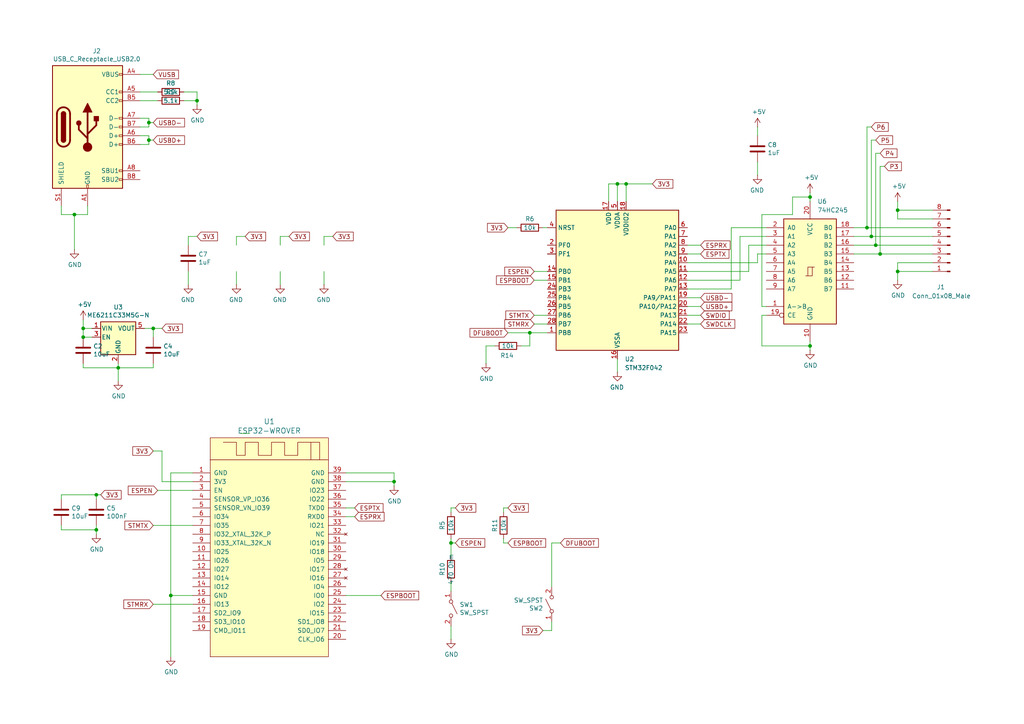
<source format=kicad_sch>
(kicad_sch (version 20250114) (generator "eeschema") (generator_version "9.0")
  (paper "A4")
  (lib_symbols
    (symbol "74xx:74HC245" (pin_names (offset 1.016))
      (property "Reference" "U" (at -7.62 16.51 0))
      (property "Value" "74HC245" (at -7.62 -16.51 0))
      (symbol "74HC245_1_0"
        (polyline (pts (xy -1.27 -1.27) (xy 0.635 -1.27) (xy 0.635 1.27) (xy 1.27 1.27)))
        (polyline (pts (xy -0.635 -1.27) (xy -0.635 1.27) (xy 0.635 1.27)))
        (pin tri_state line (at -12.7 12.7 0) (length 5.08) (name "A0") (number "2"))
        (pin tri_state line (at -12.7 10.16 0) (length 5.08) (name "A1") (number "3"))
        (pin tri_state line (at -12.7 7.62 0) (length 5.08) (name "A2") (number "4"))
        (pin tri_state line (at -12.7 5.08 0) (length 5.08) (name "A3") (number "5"))
        (pin tri_state line (at -12.7 2.54 0) (length 5.08) (name "A4") (number "6"))
        (pin tri_state line (at -12.7 0 0) (length 5.08) (name "A5") (number "7"))
        (pin tri_state line (at -12.7 -2.54 0) (length 5.08) (name "A6") (number "8"))
        (pin tri_state line (at -12.7 -5.08 0) (length 5.08) (name "A7") (number "9"))
        (pin input line (at -12.7 -10.16 0) (length 5.08) (name "A->B") (number "1"))
        (pin input inverted (at -12.7 -12.7 0) (length 5.08) (name "CE") (number "19"))
        (pin power_in line (at 0 20.32 270) (length 5.08) (name "VCC") (number "20"))
        (pin power_in line (at 0 -20.32 90) (length 5.08) (name "GND") (number "10"))
        (pin tri_state line (at 12.7 12.7 180) (length 5.08) (name "B0") (number "18"))
        (pin tri_state line (at 12.7 10.16 180) (length 5.08) (name "B1") (number "17"))
        (pin tri_state line (at 12.7 7.62 180) (length 5.08) (name "B2") (number "16"))
        (pin tri_state line (at 12.7 5.08 180) (length 5.08) (name "B3") (number "15"))
        (pin tri_state line (at 12.7 2.54 180) (length 5.08) (name "B4") (number "14"))
        (pin tri_state line (at 12.7 0 180) (length 5.08) (name "B5") (number "13"))
        (pin tri_state line (at 12.7 -2.54 180) (length 5.08) (name "B6") (number "12"))
        (pin tri_state line (at 12.7 -5.08 180) (length 5.08) (name "B7") (number "11"))
      )
      (symbol "74HC245_1_1"
        (rectangle (start -7.62 15.24) (end 7.62 -15.24) (stroke (width 0.254)) (fill (type background)))
      )
    )
    (symbol "Connector:Conn_01x08_Male" (pin_names (offset 1.016) (hide yes))
      (property "Reference" "J" (at 0 10.16 0))
      (property "Value" "Connector_Conn_01x08_Male" (at 0 -12.7 0))
      (symbol "Conn_01x08_Male_1_1"
        (rectangle (start 0.8636 7.747) (end 0 7.493) (stroke (width 0.1524)) (fill (type outline)))
        (rectangle (start 0.8636 5.207) (end 0 4.953) (stroke (width 0.1524)) (fill (type outline)))
        (rectangle (start 0.8636 2.667) (end 0 2.413) (stroke (width 0.1524)) (fill (type outline)))
        (rectangle (start 0.8636 0.127) (end 0 -0.127) (stroke (width 0.1524)) (fill (type outline)))
        (rectangle (start 0.8636 -2.413) (end 0 -2.667) (stroke (width 0.1524)) (fill (type outline)))
        (rectangle (start 0.8636 -4.953) (end 0 -5.207) (stroke (width 0.1524)) (fill (type outline)))
        (rectangle (start 0.8636 -7.493) (end 0 -7.747) (stroke (width 0.1524)) (fill (type outline)))
        (rectangle (start 0.8636 -10.033) (end 0 -10.287) (stroke (width 0.1524)) (fill (type outline)))
        (polyline (pts (xy 1.27 7.62) (xy 0.8636 7.62)) (stroke (width 0.1524)))
        (polyline (pts (xy 1.27 5.08) (xy 0.8636 5.08)) (stroke (width 0.1524)))
        (polyline (pts (xy 1.27 2.54) (xy 0.8636 2.54)) (stroke (width 0.1524)))
        (polyline (pts (xy 1.27 0) (xy 0.8636 0)) (stroke (width 0.1524)))
        (polyline (pts (xy 1.27 -2.54) (xy 0.8636 -2.54)) (stroke (width 0.1524)))
        (polyline (pts (xy 1.27 -5.08) (xy 0.8636 -5.08)) (stroke (width 0.1524)))
        (polyline (pts (xy 1.27 -7.62) (xy 0.8636 -7.62)) (stroke (width 0.1524)))
        (polyline (pts (xy 1.27 -10.16) (xy 0.8636 -10.16)) (stroke (width 0.1524)))
        (pin passive line (at 5.08 7.62 180) (length 3.81) (name "Pin_1") (number "1"))
        (pin passive line (at 5.08 5.08 180) (length 3.81) (name "Pin_2") (number "2"))
        (pin passive line (at 5.08 2.54 180) (length 3.81) (name "Pin_3") (number "3"))
        (pin passive line (at 5.08 0 180) (length 3.81) (name "Pin_4") (number "4"))
        (pin passive line (at 5.08 -2.54 180) (length 3.81) (name "Pin_5") (number "5"))
        (pin passive line (at 5.08 -5.08 180) (length 3.81) (name "Pin_6") (number "6"))
        (pin passive line (at 5.08 -7.62 180) (length 3.81) (name "Pin_7") (number "7"))
        (pin passive line (at 5.08 -10.16 180) (length 3.81) (name "Pin_8") (number "8"))
      )
    )
    (symbol "Connector:USB_C_Receptacle_USB2.0_16P" (pin_names (offset 1.016))
      (property "Reference" "J" (at 0 22.225 0))
      (property "Value" "USB_C_Receptacle_USB2.0_16P" (at 0 19.685 0))
      (symbol "USB_C_Receptacle_USB2.0_16P_0_0"
        (rectangle (start -0.254 -17.78) (end 0.254 -16.764))
        (rectangle (start 10.16 15.494) (end 9.144 14.986))
        (rectangle (start 10.16 10.414) (end 9.144 9.906))
        (rectangle (start 10.16 7.874) (end 9.144 7.366))
        (rectangle (start 10.16 2.794) (end 9.144 2.286))
        (rectangle (start 10.16 0.254) (end 9.144 -0.254))
        (rectangle (start 10.16 -2.286) (end 9.144 -2.794))
        (rectangle (start 10.16 -4.826) (end 9.144 -5.334))
        (rectangle (start 10.16 -12.446) (end 9.144 -12.954))
        (rectangle (start 10.16 -14.986) (end 9.144 -15.494))
      )
      (symbol "USB_C_Receptacle_USB2.0_16P_0_1"
        (rectangle (start -10.16 17.78) (end 10.16 -17.78) (stroke (width 0.254)) (fill (type background)))
        (polyline (pts (xy -8.89 -3.81) (xy -8.89 3.81)) (stroke (width 0.508)))
        (rectangle (start -7.62 -3.81) (end -6.35 3.81) (stroke (width 0.254)) (fill (type outline)))
        (arc (start -7.62 3.81) (mid -6.985 4.4423) (end -6.35 3.81) (stroke (width 0.254)))
        (arc (start -7.62 3.81) (mid -6.985 4.4423) (end -6.35 3.81) (stroke (width 0.254)) (fill (type outline)))
        (arc (start -8.89 3.81) (mid -6.985 5.7067) (end -5.08 3.81) (stroke (width 0.508)))
        (arc (start -5.08 -3.81) (mid -6.985 -5.7067) (end -8.89 -3.81) (stroke (width 0.508)))
        (arc (start -6.35 -3.81) (mid -6.985 -4.4423) (end -7.62 -3.81) (stroke (width 0.254)))
        (arc (start -6.35 -3.81) (mid -6.985 -4.4423) (end -7.62 -3.81) (stroke (width 0.254)) (fill (type outline)))
        (polyline (pts (xy -5.08 3.81) (xy -5.08 -3.81)) (stroke (width 0.508)))
        (circle (center -2.54 1.143) (radius 0.635) (stroke (width 0.254)) (fill (type outline)))
        (polyline (pts (xy -1.27 4.318) (xy 0 6.858) (xy 1.27 4.318) (xy -1.27 4.318)) (stroke (width 0.254)) (fill (type outline)))
        (polyline (pts (xy 0 -2.032) (xy 2.54 0.508) (xy 2.54 1.778)) (stroke (width 0.508)))
        (polyline (pts (xy 0 -3.302) (xy -2.54 -0.762) (xy -2.54 0.508)) (stroke (width 0.508)))
        (polyline (pts (xy 0 -5.842) (xy 0 4.318)) (stroke (width 0.508)))
        (circle (center 0 -5.842) (radius 1.27) (fill (type outline)))
        (rectangle (start 1.905 1.778) (end 3.175 3.048) (stroke (width 0.254)) (fill (type outline)))
      )
      (symbol "USB_C_Receptacle_USB2.0_16P_1_1"
        (pin passive line (at -7.62 -22.86 90) (length 5.08) (name "SHIELD") (number "S1"))
        (pin passive line (at 0 -22.86 90) (length 5.08) (name "GND") (number "A1"))
        (pin passive line (at 0 -22.86 90) (length 5.08) (hide yes) (name "GND") (number "A12"))
        (pin passive line (at 0 -22.86 90) (length 5.08) (hide yes) (name "GND") (number "B1"))
        (pin passive line (at 0 -22.86 90) (length 5.08) (hide yes) (name "GND") (number "B12"))
        (pin passive line (at 15.24 15.24 180) (length 5.08) (name "VBUS") (number "A4"))
        (pin passive line (at 15.24 15.24 180) (length 5.08) (hide yes) (name "VBUS") (number "A9"))
        (pin passive line (at 15.24 15.24 180) (length 5.08) (hide yes) (name "VBUS") (number "B4"))
        (pin passive line (at 15.24 15.24 180) (length 5.08) (hide yes) (name "VBUS") (number "B9"))
        (pin bidirectional line (at 15.24 10.16 180) (length 5.08) (name "CC1") (number "A5"))
        (pin bidirectional line (at 15.24 7.62 180) (length 5.08) (name "CC2") (number "B5"))
        (pin bidirectional line (at 15.24 2.54 180) (length 5.08) (name "D-") (number "A7"))
        (pin bidirectional line (at 15.24 0 180) (length 5.08) (name "D-") (number "B7"))
        (pin bidirectional line (at 15.24 -2.54 180) (length 5.08) (name "D+") (number "A6"))
        (pin bidirectional line (at 15.24 -5.08 180) (length 5.08) (name "D+") (number "B6"))
        (pin bidirectional line (at 15.24 -12.7 180) (length 5.08) (name "SBU1") (number "A8"))
        (pin bidirectional line (at 15.24 -15.24 180) (length 5.08) (name "SBU2") (number "B8"))
      )
    )
    (symbol "Device:C" (pin_numbers (hide yes)) (pin_names (offset 0.254))
      (property "Reference" "C" (at 0.635 2.54 0))
      (property "Value" "C" (at 0.635 -2.54 0))
      (symbol "C_0_1"
        (polyline (pts (xy -2.032 0.762) (xy 2.032 0.762)) (stroke (width 0.508)))
        (polyline (pts (xy -2.032 -0.762) (xy 2.032 -0.762)) (stroke (width 0.508)))
      )
      (symbol "C_1_1"
        (pin passive line (at 0 3.81 270) (length 2.794) (name "~") (number "1"))
        (pin passive line (at 0 -3.81 90) (length 2.794) (name "~") (number "2"))
      )
    )
    (symbol "Device:R" (pin_numbers (hide yes)) (pin_names (offset 0))
      (property "Reference" "R" (at 2.032 0 90))
      (property "Value" "R" (at 0 0 90))
      (symbol "R_0_1"
        (rectangle (start -1.016 -2.54) (end 1.016 2.54) (stroke (width 0.254)))
      )
      (symbol "R_1_1"
        (pin passive line (at 0 3.81 270) (length 1.27) (name "~") (number "1"))
        (pin passive line (at 0 -3.81 90) (length 1.27) (name "~") (number "2"))
      )
    )
    (symbol "MCU_ST_STM32F0:STM32F042G6Ux"
      (property "Reference" "U" (at -17.78 21.59 0))
      (property "Value" "STM32F042G6Ux" (at 5.08 21.59 0))
      (symbol "STM32F042G6Ux_0_1"
        (rectangle (start -17.78 -20.32) (end 17.78 20.32) (stroke (width 0.254)) (fill (type background)))
      )
      (symbol "STM32F042G6Ux_1_1"
        (pin input line (at -20.32 15.24 0) (length 2.54) (name "NRST") (number "4"))
        (pin bidirectional line (at -20.32 10.16 0) (length 2.54) (name "PF0") (number "2"))
        (pin bidirectional line (at -20.32 7.62 0) (length 2.54) (name "PF1") (number "3"))
        (pin bidirectional line (at -20.32 2.54 0) (length 2.54) (name "PB0") (number "14"))
        (pin bidirectional line (at -20.32 0 0) (length 2.54) (name "PB1") (number "15"))
        (pin bidirectional line (at -20.32 -2.54 0) (length 2.54) (name "PB3") (number "24"))
        (pin bidirectional line (at -20.32 -5.08 0) (length 2.54) (name "PB4") (number "25"))
        (pin bidirectional line (at -20.32 -7.62 0) (length 2.54) (name "PB5") (number "26"))
        (pin bidirectional line (at -20.32 -10.16 0) (length 2.54) (name "PB6") (number "27"))
        (pin bidirectional line (at -20.32 -12.7 0) (length 2.54) (name "PB7") (number "28"))
        (pin bidirectional line (at -20.32 -15.24 0) (length 2.54) (name "PB8") (number "1"))
        (pin power_in line (at -2.54 22.86 270) (length 2.54) (name "VDD") (number "17"))
        (pin power_in line (at 0 22.86 270) (length 2.54) (name "VDDA") (number "5"))
        (pin power_in line (at 0 -22.86 90) (length 2.54) (name "VSSA") (number "16"))
        (pin power_in line (at 2.54 22.86 270) (length 2.54) (name "VDDIO2") (number "18"))
        (pin bidirectional line (at 20.32 15.24 180) (length 2.54) (name "PA0") (number "6"))
        (pin bidirectional line (at 20.32 12.7 180) (length 2.54) (name "PA1") (number "7"))
        (pin bidirectional line (at 20.32 10.16 180) (length 2.54) (name "PA2") (number "8"))
        (pin bidirectional line (at 20.32 7.62 180) (length 2.54) (name "PA3") (number "9"))
        (pin bidirectional line (at 20.32 5.08 180) (length 2.54) (name "PA4") (number "10"))
        (pin bidirectional line (at 20.32 2.54 180) (length 2.54) (name "PA5") (number "11"))
        (pin bidirectional line (at 20.32 0 180) (length 2.54) (name "PA6") (number "12"))
        (pin bidirectional line (at 20.32 -2.54 180) (length 2.54) (name "PA7") (number "13"))
        (pin bidirectional line (at 20.32 -5.08 180) (length 2.54) (name "PA9/PA11") (number "19"))
        (pin bidirectional line (at 20.32 -7.62 180) (length 2.54) (name "PA10/PA12") (number "20"))
        (pin bidirectional line (at 20.32 -10.16 180) (length 2.54) (name "PA13") (number "21"))
        (pin bidirectional line (at 20.32 -12.7 180) (length 2.54) (name "PA14") (number "22"))
        (pin bidirectional line (at 20.32 -15.24 180) (length 2.54) (name "PA15") (number "23"))
      )
    )
    (symbol "Regulator_Linear:AP2112K-3.3" (pin_names (offset 0.254))
      (property "Reference" "U" (at -5.08 5.715 0))
      (property "Value" "AP2112K-3.3" (at 0 5.715 0))
      (symbol "AP2112K-3.3_0_1"
        (rectangle (start -5.08 4.445) (end 5.08 -5.08) (stroke (width 0.254)) (fill (type background)))
      )
      (symbol "AP2112K-3.3_1_1"
        (pin power_in line (at -7.62 2.54 0) (length 2.54) (name "VIN") (number "1"))
        (pin input line (at -7.62 0 0) (length 2.54) (name "EN") (number "3"))
        (pin power_in line (at 0 -7.62 90) (length 2.54) (name "GND") (number "2"))
        (pin no_connect line (at 5.08 0 180) (length 2.54) (hide yes) (name "NC") (number "4"))
        (pin power_out line (at 7.62 2.54 180) (length 2.54) (name "VOUT") (number "5"))
      )
    )
    (symbol "Switch:SW_SPST" (pin_names (offset 0) (hide yes))
      (property "Reference" "SW" (at 0 3.175 0))
      (property "Value" "SW_SPST" (at 0 -2.54 0))
      (symbol "SW_SPST_0_0"
        (circle (center -2.032 0) (radius 0.508))
        (polyline (pts (xy -1.524 0.254) (xy 1.524 1.778)))
        (circle (center 2.032 0) (radius 0.508))
      )
      (symbol "SW_SPST_1_1"
        (pin passive line (at -5.08 0 0) (length 2.54) (name "A") (number "1"))
        (pin passive line (at 5.08 0 180) (length 2.54) (name "B") (number "2"))
      )
    )
    (symbol "esp32-wrover:ESP32-WROVER" (pin_names (offset 1.016))
      (property "Reference" "U" (at -15.24 -33.02 0))
      (property "Value" "esp32-wrover_ESP32-WROVER" (at 6.35 -33.02 0))
      (symbol "ESP32-WROVER_0_1"
        (rectangle (start -17.78 29.21) (end 16.51 22.86) (fill (type background)))
        (rectangle (start -17.78 22.86) (end 16.51 -34.29) (fill (type background)))
        (polyline (pts (xy -13.97 27.94) (xy -10.16 27.94) (xy -10.16 24.13) (xy -7.62 24.13) (xy -7.62 27.94) (xy -3.81 27.94) (xy -3.81 24.13) (xy 0 24.13) (xy 0 27.94) (xy 3.81 27.94) (xy 3.81 24.13) (xy 7.62 24.13) (xy 7.62 27.94) (xy 11.43 27.94) (xy 11.43 22.86)))
        (polyline (pts (xy 11.43 27.94) (xy 13.97 27.94) (xy 13.97 22.86)))
      )
      (symbol "ESP32-WROVER_1_1"
        (pin power_in line (at -22.86 19.05 0) (length 5.08) (name "GND") (number "1"))
        (pin power_in line (at -22.86 16.51 0) (length 5.08) (name "3V3") (number "2"))
        (pin input line (at -22.86 13.97 0) (length 5.08) (name "EN") (number "3"))
        (pin input line (at -22.86 11.43 0) (length 5.08) (name "SENSOR_VP_IO36") (number "4"))
        (pin input line (at -22.86 8.89 0) (length 5.08) (name "SENSOR_VN_IO39") (number "5"))
        (pin input line (at -22.86 6.35 0) (length 5.08) (name "IO34") (number "6"))
        (pin input line (at -22.86 3.81 0) (length 5.08) (name "IO35") (number "7"))
        (pin bidirectional line (at -22.86 1.27 0) (length 5.08) (name "IO32_XTAL_32K_P") (number "8"))
        (pin bidirectional line (at -22.86 -1.27 0) (length 5.08) (name "IO33_XTAL_32K_N") (number "9"))
        (pin bidirectional line (at -22.86 -3.81 0) (length 5.08) (name "IO25") (number "10"))
        (pin bidirectional line (at -22.86 -6.35 0) (length 5.08) (name "IO26") (number "11"))
        (pin bidirectional line (at -22.86 -8.89 0) (length 5.08) (name "IO27") (number "12"))
        (pin bidirectional line (at -22.86 -11.43 0) (length 5.08) (name "IO14") (number "13"))
        (pin bidirectional line (at -22.86 -13.97 0) (length 5.08) (name "IO12") (number "14"))
        (pin power_in line (at -22.86 -16.51 0) (length 5.08) (name "GND") (number "15"))
        (pin bidirectional line (at -22.86 -19.05 0) (length 5.08) (name "IO13") (number "16"))
        (pin bidirectional line (at -22.86 -21.59 0) (length 5.08) (name "SD2_IO9") (number "17"))
        (pin bidirectional line (at -22.86 -24.13 0) (length 5.08) (name "SD3_IO10") (number "18"))
        (pin bidirectional line (at -22.86 -26.67 0) (length 5.08) (name "CMD_IO11") (number "19"))
        (pin power_in line (at 21.59 19.05 180) (length 5.08) (name "GND") (number "39"))
        (pin power_in line (at 21.59 16.51 180) (length 5.08) (name "GND") (number "38"))
        (pin bidirectional line (at 21.59 13.97 180) (length 5.08) (name "IO23") (number "37"))
        (pin bidirectional line (at 21.59 11.43 180) (length 5.08) (name "IO22") (number "36"))
        (pin output line (at 21.59 8.89 180) (length 5.08) (name "TXD0") (number "35"))
        (pin input line (at 21.59 6.35 180) (length 5.08) (name "RXD0") (number "34"))
        (pin bidirectional line (at 21.59 3.81 180) (length 5.08) (name "IO21") (number "33"))
        (pin no_connect line (at 21.59 1.27 180) (length 5.08) (name "NC") (number "32"))
        (pin bidirectional line (at 21.59 -1.27 180) (length 5.08) (name "IO19") (number "31"))
        (pin bidirectional line (at 21.59 -3.81 180) (length 5.08) (name "IO18") (number "30"))
        (pin bidirectional line (at 21.59 -6.35 180) (length 5.08) (name "IO5") (number "29"))
        (pin no_connect line (at 21.59 -8.89 180) (length 5.08) (name "IO17") (number "28"))
        (pin no_connect line (at 21.59 -11.43 180) (length 5.08) (name "IO16") (number "27"))
        (pin bidirectional line (at 21.59 -13.97 180) (length 5.08) (name "IO4") (number "26"))
        (pin bidirectional line (at 21.59 -16.51 180) (length 5.08) (name "IO0") (number "25"))
        (pin bidirectional line (at 21.59 -19.05 180) (length 5.08) (name "IO2") (number "24"))
        (pin bidirectional line (at 21.59 -21.59 180) (length 5.08) (name "IO15") (number "23"))
        (pin bidirectional line (at 21.59 -24.13 180) (length 5.08) (name "SD1_IO8") (number "22"))
        (pin bidirectional line (at 21.59 -26.67 180) (length 5.08) (name "SD0_IO7") (number "21"))
        (pin bidirectional line (at 21.59 -29.21 180) (length 5.08) (name "CLK_IO6") (number "20"))
      )
    )
    (symbol "power:+5V" (power) (pin_numbers (hide yes)) (pin_names (offset 0) (hide yes))
      (property "Value" "+5V" (at 0 3.556 0))
      (symbol "+5V_0_1"
        (polyline (pts (xy -0.762 1.27) (xy 0 2.54)))
        (polyline (pts (xy 0 2.54) (xy 0.762 1.27)))
        (polyline (pts (xy 0 0) (xy 0 2.54)))
      )
      (symbol "+5V_1_1"
        (pin power_in line (at 0 0 90) (length 0) (name "~") (number "1"))
      )
    )
    (symbol "power:GND" (power) (pin_numbers (hide yes)) (pin_names (offset 0) (hide yes))
      (property "Value" "GND" (at 0 -3.81 0))
      (symbol "GND_0_1"
        (polyline (pts (xy 0 0) (xy 0 -1.27) (xy 1.27 -1.27) (xy 0 -2.54) (xy -1.27 -1.27) (xy 0 -1.27)))
      )
      (symbol "GND_1_1"
        (pin power_in line (at 0 0 270) (length 0) (name "~") (number "1"))
      )
    )
  )
  (junction (at 254 71.12))
  (junction (at 24.13 97.79))
  (junction (at 260.35 78.74))
  (junction (at 234.95 57.15))
  (junction (at 252.73 68.58))
  (junction (at 57.15 29.21))
  (junction (at 251.46 66.04))
  (junction (at 179.07 53.34))
  (junction (at 153.67 96.52))
  (junction (at 24.13 95.25))
  (junction (at 34.29 106.68))
  (junction (at 44.45 95.25))
  (junction (at 27.94 153.67))
  (junction (at 255.27 73.66))
  (junction (at 27.94 143.51))
  (junction (at 43.18 40.64))
  (junction (at 130.81 157.48))
  (junction (at 49.53 172.72))
  (junction (at 43.18 35.56))
  (junction (at 260.35 60.96))
  (junction (at 181.61 53.34))
  (junction (at 21.59 62.23))
  (junction (at 114.3 139.7))
  (junction (at 234.95 100.33))
  (wire (pts (xy 43.18 35.56) (xy 43.18 36.83)))
  (wire (pts (xy 17.78 62.23) (xy 21.59 62.23)))
  (wire (pts (xy 41.91 95.25) (xy 44.45 95.25)))
  (wire (pts (xy 160.02 170.18) (xy 160.02 157.48)))
  (wire (pts (xy 146.05 156.21) (xy 146.05 157.48)))
  (wire (pts (xy 102.87 149.86) (xy 100.33 149.86)))
  (wire (pts (xy 40.64 34.29) (xy 43.18 34.29)))
  (wire (pts (xy 147.32 96.52) (xy 153.67 96.52)))
  (wire (pts (xy 114.3 137.16) (xy 114.3 139.7)))
  (wire (pts (xy 199.39 88.9) (xy 203.2 88.9)))
  (wire (pts (xy 199.39 93.98) (xy 203.2 93.98)))
  (wire (pts (xy 44.45 175.26) (xy 55.88 175.26)))
  (wire (pts (xy 130.81 157.48) (xy 130.81 161.29)))
  (wire (pts (xy 49.53 172.72) (xy 49.53 190.5)))
  (wire (pts (xy 130.81 156.21) (xy 130.81 157.48)))
  (wire (pts (xy 181.61 53.34) (xy 189.23 53.34)))
  (wire (pts (xy 234.95 100.33) (xy 234.95 101.6)))
  (wire (pts (xy 140.97 105.41) (xy 140.97 100.33)))
  (wire (pts (xy 220.98 62.23) (xy 229.87 62.23)))
  (wire (pts (xy 57.15 29.21) (xy 57.15 30.48)))
  (wire (pts (xy 199.39 78.74) (xy 217.17 78.74)))
  (wire (pts (xy 27.94 143.51) (xy 17.78 143.51)))
  (wire (pts (xy 247.65 71.12) (xy 254 71.12)))
  (wire (pts (xy 55.88 142.24) (xy 45.72 142.24)))
  (wire (pts (xy 57.15 68.58) (xy 54.61 68.58)))
  (wire (pts (xy 44.45 95.25) (xy 44.45 97.79)))
  (wire (pts (xy 222.25 91.44) (xy 220.98 91.44)))
  (wire (pts (xy 27.94 153.67) (xy 27.94 154.94)))
  (wire (pts (xy 203.2 71.12) (xy 199.39 71.12)))
  (wire (pts (xy 96.52 68.58) (xy 93.98 68.58)))
  (wire (pts (xy 53.34 26.67) (xy 57.15 26.67)))
  (wire (pts (xy 26.67 95.25) (xy 24.13 95.25)))
  (wire (pts (xy 53.34 29.21) (xy 57.15 29.21)))
  (wire (pts (xy 147.32 157.48) (xy 146.05 157.48)))
  (wire (pts (xy 24.13 106.68) (xy 24.13 105.41)))
  (wire (pts (xy 247.65 68.58) (xy 252.73 68.58)))
  (wire (pts (xy 251.46 36.83) (xy 252.73 36.83)))
  (wire (pts (xy 100.33 172.72) (xy 110.49 172.72)))
  (wire (pts (xy 234.95 57.15) (xy 234.95 58.42)))
  (wire (pts (xy 46.99 95.25) (xy 44.45 95.25)))
  (wire (pts (xy 57.15 26.67) (xy 57.15 29.21)))
  (wire (pts (xy 199.39 83.82) (xy 212.09 83.82)))
  (wire (pts (xy 220.98 88.9) (xy 220.98 62.23)))
  (wire (pts (xy 220.98 100.33) (xy 234.95 100.33)))
  (wire (pts (xy 21.59 62.23) (xy 21.59 72.39)))
  (wire (pts (xy 217.17 71.12) (xy 217.17 78.74)))
  (wire (pts (xy 160.02 157.48) (xy 162.56 157.48)))
  (wire (pts (xy 219.71 36.83) (xy 219.71 39.37)))
  (wire (pts (xy 43.18 40.64) (xy 44.45 40.64)))
  (wire (pts (xy 44.45 152.4) (xy 55.88 152.4)))
  (wire (pts (xy 212.09 66.04) (xy 212.09 83.82)))
  (wire (pts (xy 27.94 152.4) (xy 27.94 153.67)))
  (wire (pts (xy 24.13 95.25) (xy 24.13 97.79)))
  (wire (pts (xy 157.48 182.88) (xy 160.02 182.88)))
  (wire (pts (xy 43.18 39.37) (xy 40.64 39.37)))
  (wire (pts (xy 26.67 97.79) (xy 24.13 97.79)))
  (wire (pts (xy 176.53 53.34) (xy 176.53 58.42)))
  (wire (pts (xy 220.98 91.44) (xy 220.98 100.33)))
  (wire (pts (xy 234.95 55.88) (xy 234.95 57.15)))
  (wire (pts (xy 260.35 78.74) (xy 270.51 78.74)))
  (wire (pts (xy 251.46 66.04) (xy 270.51 66.04)))
  (wire (pts (xy 27.94 143.51) (xy 27.94 144.78)))
  (wire (pts (xy 49.53 137.16) (xy 49.53 172.72)))
  (wire (pts (xy 153.67 96.52) (xy 158.75 96.52)))
  (wire (pts (xy 229.87 57.15) (xy 234.95 57.15)))
  (wire (pts (xy 260.35 58.42) (xy 260.35 60.96)))
  (wire (pts (xy 93.98 78.74) (xy 93.98 82.55)))
  (wire (pts (xy 25.4 62.23) (xy 25.4 59.69)))
  (wire (pts (xy 43.18 34.29) (xy 43.18 35.56)))
  (wire (pts (xy 255.27 48.26) (xy 255.27 73.66)))
  (wire (pts (xy 100.33 139.7) (xy 114.3 139.7)))
  (wire (pts (xy 54.61 78.74) (xy 54.61 82.55)))
  (wire (pts (xy 153.67 96.52) (xy 153.67 100.33)))
  (wire (pts (xy 46.99 139.7) (xy 55.88 139.7)))
  (wire (pts (xy 102.87 147.32) (xy 100.33 147.32)))
  (wire (pts (xy 132.08 147.32) (xy 130.81 147.32)))
  (wire (pts (xy 179.07 53.34) (xy 179.07 58.42)))
  (wire (pts (xy 147.32 66.04) (xy 149.86 66.04)))
  (wire (pts (xy 146.05 147.32) (xy 146.05 148.59)))
  (wire (pts (xy 71.12 68.58) (xy 68.58 68.58)))
  (wire (pts (xy 55.88 172.72) (xy 49.53 172.72)))
  (wire (pts (xy 260.35 76.2) (xy 270.51 76.2)))
  (wire (pts (xy 260.35 60.96) (xy 260.35 63.5)))
  (wire (pts (xy 234.95 99.06) (xy 234.95 100.33)))
  (wire (pts (xy 29.21 143.51) (xy 27.94 143.51)))
  (wire (pts (xy 46.99 130.81) (xy 46.99 139.7)))
  (wire (pts (xy 40.64 21.59) (xy 44.45 21.59)))
  (wire (pts (xy 222.25 88.9) (xy 220.98 88.9)))
  (bus (pts (xy -31.75 -25.4) (xy -29.21 -22.86)))
  (wire (pts (xy 260.35 78.74) (xy 260.35 76.2)))
  (wire (pts (xy 17.78 143.51) (xy 17.78 144.78)))
  (wire (pts (xy 158.75 81.28) (xy 154.94 81.28)))
  (wire (pts (xy 34.29 110.49) (xy 34.29 106.68)))
  (wire (pts (xy 44.45 105.41) (xy 44.45 106.68)))
  (wire (pts (xy 219.71 46.99) (xy 219.71 50.8)))
  (wire (pts (xy 214.63 68.58) (xy 222.25 68.58)))
  (wire (pts (xy 252.73 68.58) (xy 252.73 40.64)))
  (wire (pts (xy 254 44.45) (xy 255.27 44.45)))
  (wire (pts (xy 69.85 125.73) (xy 72.39 125.73)))
  (wire (pts (xy 247.65 66.04) (xy 251.46 66.04)))
  (wire (pts (xy 181.61 53.34) (xy 179.07 53.34)))
  (wire (pts (xy 199.39 81.28) (xy 214.63 81.28)))
  (wire (pts (xy 130.81 168.91) (xy 130.81 171.45)))
  (wire (pts (xy 55.88 137.16) (xy 49.53 137.16)))
  (wire (pts (xy 179.07 53.34) (xy 176.53 53.34)))
  (wire (pts (xy 252.73 40.64) (xy 254 40.64)))
  (wire (pts (xy 199.39 76.2) (xy 219.71 76.2)))
  (wire (pts (xy 17.78 59.69) (xy 17.78 62.23)))
  (wire (pts (xy 219.71 73.66) (xy 219.71 76.2)))
  (wire (pts (xy 229.87 62.23) (xy 229.87 57.15)))
  (wire (pts (xy 214.63 68.58) (xy 214.63 81.28)))
  (wire (pts (xy 255.27 73.66) (xy 270.51 73.66)))
  (wire (pts (xy 254 71.12) (xy 254 44.45)))
  (wire (pts (xy 203.2 73.66) (xy 199.39 73.66)))
  (wire (pts (xy 21.59 62.23) (xy 25.4 62.23)))
  (wire (pts (xy 256.54 48.26) (xy 255.27 48.26)))
  (wire (pts (xy 17.78 152.4) (xy 17.78 153.67)))
  (wire (pts (xy 81.28 78.74) (xy 81.28 82.55)))
  (wire (pts (xy 40.64 29.21) (xy 45.72 29.21)))
  (wire (pts (xy 199.39 91.44) (xy 203.2 91.44)))
  (wire (pts (xy 34.29 106.68) (xy 24.13 106.68)))
  (wire (pts (xy 43.18 40.64) (xy 43.18 39.37)))
  (wire (pts (xy 260.35 78.74) (xy 260.35 81.28)))
  (wire (pts (xy 260.35 60.96) (xy 270.51 60.96)))
  (wire (pts (xy 251.46 66.04) (xy 251.46 36.83)))
  (wire (pts (xy 160.02 182.88) (xy 160.02 180.34)))
  (wire (pts (xy 68.58 68.58) (xy 68.58 71.12)))
  (wire (pts (xy 81.28 68.58) (xy 81.28 71.12)))
  (wire (pts (xy 17.78 153.67) (xy 27.94 153.67)))
  (wire (pts (xy 43.18 35.56) (xy 44.45 35.56)))
  (wire (pts (xy 114.3 139.7) (xy 114.3 140.97)))
  (wire (pts (xy 93.98 68.58) (xy 93.98 71.12)))
  (wire (pts (xy 140.97 100.33) (xy 143.51 100.33)))
  (wire (pts (xy 157.48 66.04) (xy 158.75 66.04)))
  (wire (pts (xy 40.64 36.83) (xy 43.18 36.83)))
  (wire (pts (xy 40.64 26.67) (xy 45.72 26.67)))
  (wire (pts (xy 153.67 100.33) (xy 151.13 100.33)))
  (wire (pts (xy 24.13 92.71) (xy 24.13 95.25)))
  (wire (pts (xy 179.07 104.14) (xy 179.07 107.95)))
  (wire (pts (xy 83.82 68.58) (xy 81.28 68.58)))
  (wire (pts (xy 44.45 106.68) (xy 34.29 106.68)))
  (wire (pts (xy 34.29 105.41) (xy 34.29 106.68)))
  (wire (pts (xy 43.18 41.91) (xy 43.18 40.64)))
  (wire (pts (xy 247.65 73.66) (xy 255.27 73.66)))
  (wire (pts (xy 158.75 91.44) (xy 154.94 91.44)))
  (wire (pts (xy 44.45 130.81) (xy 46.99 130.81)))
  (wire (pts (xy 68.58 78.74) (xy 68.58 82.55)))
  (wire (pts (xy 130.81 181.61) (xy 130.81 185.42)))
  (wire (pts (xy 252.73 68.58) (xy 270.51 68.58)))
  (wire (pts (xy 100.33 137.16) (xy 114.3 137.16)))
  (wire (pts (xy 260.35 63.5) (xy 270.51 63.5)))
  (wire (pts (xy 40.64 41.91) (xy 43.18 41.91)))
  (wire (pts (xy 54.61 68.58) (xy 54.61 71.12)))
  (wire (pts (xy 158.75 93.98) (xy 154.94 93.98)))
  (wire (pts (xy 132.08 157.48) (xy 130.81 157.48)))
  (wire (pts (xy 130.81 147.32) (xy 130.81 148.59)))
  (wire (pts (xy 217.17 71.12) (xy 222.25 71.12)))
  (wire (pts (xy 212.09 66.04) (xy 222.25 66.04)))
  (wire (pts (xy 147.32 147.32) (xy 146.05 147.32)))
  (wire (pts (xy 219.71 73.66) (xy 222.25 73.66)))
  (wire (pts (xy 199.39 86.36) (xy 203.2 86.36)))
  (wire (pts (xy 181.61 53.34) (xy 181.61 58.42)))
  (wire (pts (xy 158.75 78.74) (xy 154.94 78.74)))
  (wire (pts (xy 254 71.12) (xy 270.51 71.12)))
  (global_label "ESPRX" (shape input) (at 203.2 71.12 0) (property "Intersheetrefs" "${INTERSHEET_REFS}" (effects (hide yes))))
  (global_label "STMRX" (shape input) (at 154.94 93.98 180) (property "Intersheetrefs" "${INTERSHEET_REFS}" (effects (hide yes))))
  (global_label "SWDCLK" (shape input) (at 203.2 93.98 0) (property "Intersheetrefs" "${INTERSHEET_REFS}" (effects (hide yes))))
  (global_label "3V3" (shape input) (at 157.48 182.88 180) (property "Intersheetrefs" "${INTERSHEET_REFS}" (effects (hide yes))))
  (global_label "STMTX" (shape input) (at 44.45 152.4 180) (property "Intersheetrefs" "${INTERSHEET_REFS}" (effects (hide yes))))
  (global_label "ESPTX" (shape input) (at 203.2 73.66 0) (property "Intersheetrefs" "${INTERSHEET_REFS}" (effects (hide yes))))
  (global_label "SWDIO" (shape input) (at 203.2 91.44 0) (property "Intersheetrefs" "${INTERSHEET_REFS}" (effects (hide yes))))
  (global_label "3V3" (shape input) (at 132.08 147.32 0) (property "Intersheetrefs" "${INTERSHEET_REFS}" (effects (hide yes))))
  (global_label "P4" (shape input) (at 255.27 44.45 0) (property "Intersheetrefs" "${INTERSHEET_REFS}" (effects (hide yes))))
  (global_label "ESPEN" (shape input) (at 132.08 157.48 0) (property "Intersheetrefs" "${INTERSHEET_REFS}" (effects (hide yes))))
  (global_label "USBD+" (shape input) (at 203.2 88.9 0) (property "Intersheetrefs" "${INTERSHEET_REFS}" (effects (hide yes))))
  (global_label "3V3" (shape input) (at 71.12 68.58 0) (property "Intersheetrefs" "${INTERSHEET_REFS}" (effects (hide yes))))
  (global_label "P3" (shape input) (at 256.54 48.26 0) (property "Intersheetrefs" "${INTERSHEET_REFS}" (effects (hide yes))))
  (global_label "VUSB" (shape input) (at 44.45 21.59 0) (property "Intersheetrefs" "${INTERSHEET_REFS}" (effects (hide yes))))
  (global_label "3V3" (shape input) (at 96.52 68.58 0) (property "Intersheetrefs" "${INTERSHEET_REFS}" (effects (hide yes))))
  (global_label "ESPBOOT" (shape input) (at 154.94 81.28 180) (property "Intersheetrefs" "${INTERSHEET_REFS}" (effects (hide yes))))
  (global_label "3V3" (shape input) (at 83.82 68.58 0) (property "Intersheetrefs" "${INTERSHEET_REFS}" (effects (hide yes))))
  (global_label "3V3" (shape input) (at 147.32 66.04 180) (property "Intersheetrefs" "${INTERSHEET_REFS}" (effects (hide yes))))
  (global_label "P6" (shape input) (at 252.73 36.83 0) (property "Intersheetrefs" "${INTERSHEET_REFS}" (effects (hide yes))))
  (global_label "ESPTX" (shape input) (at 102.87 147.32 0) (property "Intersheetrefs" "${INTERSHEET_REFS}" (effects (hide yes))))
  (global_label "ESPRX" (shape input) (at 102.87 149.86 0) (property "Intersheetrefs" "${INTERSHEET_REFS}" (effects (hide yes))))
  (global_label "ESPEN" (shape input) (at 154.94 78.74 180) (property "Intersheetrefs" "${INTERSHEET_REFS}" (effects (hide yes))))
  (global_label "USBD-" (shape input) (at 203.2 86.36 0) (property "Intersheetrefs" "${INTERSHEET_REFS}" (effects (hide yes))))
  (global_label "3V3" (shape input) (at 29.21 143.51 0) (property "Intersheetrefs" "${INTERSHEET_REFS}" (effects (hide yes))))
  (global_label "3V3" (shape input) (at 189.23 53.34 0) (property "Intersheetrefs" "${INTERSHEET_REFS}" (effects (hide yes))))
  (global_label "ESPBOOT" (shape input) (at 110.49 172.72 0) (property "Intersheetrefs" "${INTERSHEET_REFS}" (effects (hide yes))))
  (global_label "ESPBOOT" (shape input) (at 147.32 157.48 0) (property "Intersheetrefs" "${INTERSHEET_REFS}" (effects (hide yes))))
  (global_label "3V3" (shape input) (at 147.32 147.32 0) (property "Intersheetrefs" "${INTERSHEET_REFS}" (effects (hide yes))))
  (global_label "DFUBOOT" (shape input) (at 147.32 96.52 180) (property "Intersheetrefs" "${INTERSHEET_REFS}" (effects (hide yes))))
  (global_label "STMTX" (shape input) (at 154.94 91.44 180) (property "Intersheetrefs" "${INTERSHEET_REFS}" (effects (hide yes))))
  (global_label "USBD-" (shape input) (at 44.45 35.56 0) (property "Intersheetrefs" "${INTERSHEET_REFS}" (effects (hide yes))))
  (global_label "P5" (shape input) (at 254 40.64 0) (property "Intersheetrefs" "${INTERSHEET_REFS}" (effects (hide yes))))
  (global_label "STMRX" (shape input) (at 44.45 175.26 180) (property "Intersheetrefs" "${INTERSHEET_REFS}" (effects (hide yes))))
  (global_label "DFUBOOT" (shape input) (at 162.56 157.48 0) (property "Intersheetrefs" "${INTERSHEET_REFS}" (effects (hide yes))))
  (global_label "3V3" (shape input) (at 44.45 130.81 180) (property "Intersheetrefs" "${INTERSHEET_REFS}" (effects (hide yes))))
  (global_label "USBD+" (shape input) (at 44.45 40.64 0) (property "Intersheetrefs" "${INTERSHEET_REFS}" (effects (hide yes))))
  (global_label "ESPEN" (shape input) (at 45.72 142.24 180) (property "Intersheetrefs" "${INTERSHEET_REFS}" (effects (hide yes))))
  (global_label "3V3" (shape input) (at 46.99 95.25 0) (property "Intersheetrefs" "${INTERSHEET_REFS}" (effects (hide yes))))
  (global_label "3V3" (shape input) (at 57.15 68.58 0) (property "Intersheetrefs" "${INTERSHEET_REFS}" (effects (hide yes))))
  (symbol (lib_id "esp32-wrover:ESP32-WROVER") (at 78.74 156.21 0) (unit 1)
    (property "Reference" "U1" (at 78.105 122.2502 0) (effects (font (size 1.524 1.524))))
    (property "Value" "ESP32-WROVER" (at 78.105 124.9426 0) (effects (font (size 1.524 1.524))))
    (property "Footprint" "esp32-wrover:XCVR_ESP32-WROVER" (effects (hide yes)))
  )
  (symbol (lib_id "Connector:Conn_01x08_Male") (at 275.59 71.12 180) (unit 1)
    (property "Reference" "J1" (at 272.8976 83.2612 0))
    (property "Value" "Conn_01x08_Male" (at 273.05 85.852 0))
    (property "Footprint" "Connector_PinHeader_2.54mm:PinHeader_1x08_P2.54mm_Vertical" (effects (hide yes)))
  )
  (symbol (lib_id "power:GND") (at 260.35 81.28 0) (unit 1)
    (property "Reference" "#PWR0101" (effects (hide yes)))
    (property "Value" "GND" (at 260.477 85.6742 0))
  )
  (symbol (lib_id "power:+5V") (at 260.35 58.42 0) (unit 1)
    (property "Reference" "#PWR0102" (effects (hide yes)))
    (property "Value" "+5V" (at 260.731 54.0258 0))
  )
  (symbol (lib_id "Device:C") (at 44.45 101.6 0) (unit 1)
    (property "Reference" "C4" (at 47.371 100.4316 0) (effects (justify left)))
    (property "Value" "10uF" (at 47.371 102.743 0) (effects (justify left)))
    (property "Footprint" "esp32-wrover:C_0603_1608Metric" (effects (hide yes)))
    (property "LCSC" "C19702" (effects (hide yes)))
  )
  (symbol (lib_id "Device:C") (at 24.13 101.6 0) (unit 1)
    (property "Reference" "C2" (at 27.051 100.4316 0) (effects (justify left)))
    (property "Value" "10uF" (at 27.051 102.743 0) (effects (justify left)))
    (property "Footprint" "esp32-wrover:C_0603_1608Metric" (effects (hide yes)))
    (property "LCSC" "C19702" (effects (hide yes)))
  )
  (symbol (lib_id "power:GND") (at 34.29 110.49 0) (unit 1)
    (property "Reference" "#PWR0104" (effects (hide yes)))
    (property "Value" "GND" (at 34.417 114.8842 0))
  )
  (symbol (lib_id "power:+5V") (at 24.13 92.71 0) (unit 1)
    (property "Reference" "#PWR0105" (effects (hide yes)))
    (property "Value" "+5V" (at 24.511 88.3158 0))
  )
  (symbol (lib_id "Device:R") (at 153.67 66.04 270) (unit 1)
    (property "Reference" "R6" (at 153.67 63.5 90))
    (property "Value" "10k" (at 153.67 66.04 90))
    (property "Footprint" "Resistor_SMD:R_0402_1005Metric" (effects (hide yes)))
    (property "LCSC" "C25744" (effects (hide yes)))
  )
  (symbol (lib_id "power:GND") (at 179.07 107.95 0) (mirror y) (unit 1)
    (property "Reference" "#PWR0106" (effects (hide yes)))
    (property "Value" "GND" (at 178.943 112.3442 0))
  )
  (symbol (lib_id "Device:C") (at 27.94 148.59 0) (unit 1)
    (property "Reference" "C5" (at 30.861 147.4216 0) (effects (justify left)))
    (property "Value" "100nF" (at 30.861 149.733 0) (effects (justify left)))
    (property "Footprint" "Capacitor_SMD:C_0402_1005Metric" (effects (hide yes)))
    (property "LCSC" "C1525" (effects (hide yes)))
  )
  (symbol (lib_id "power:GND") (at 27.94 154.94 0) (unit 1)
    (property "Reference" "#PWR0108" (effects (hide yes)))
    (property "Value" "GND" (at 28.067 159.3342 0))
  )
  (symbol (lib_id "power:GND") (at 49.53 190.5 0) (unit 1)
    (property "Reference" "#PWR0109" (effects (hide yes)))
    (property "Value" "GND" (at 49.657 194.8942 0))
  )
  (symbol (lib_id "power:GND") (at 114.3 140.97 0) (unit 1)
    (property "Reference" "#PWR0110" (effects (hide yes)))
    (property "Value" "GND" (at 114.427 145.3642 0))
  )
  (symbol (lib_id "Device:C") (at 17.78 148.59 0) (unit 1)
    (property "Reference" "C9" (at 20.701 147.4216 0) (effects (justify left)))
    (property "Value" "10uF" (at 20.701 149.733 0) (effects (justify left)))
    (property "Footprint" "esp32-wrover:C_0603_1608Metric" (effects (hide yes)))
    (property "LCSC" "C19702" (effects (hide yes)))
  )
  (symbol (lib_id "Device:R") (at 130.81 152.4 0) (unit 1)
    (property "Reference" "R5" (at 128.27 152.4 90))
    (property "Value" "10k" (at 130.81 152.4 90))
    (property "Footprint" "Resistor_SMD:R_0402_1005Metric" (effects (hide yes)))
    (property "LCSC" "C25744" (effects (hide yes)))
  )
  (symbol (lib_id "power:GND") (at 21.59 72.39 0) (unit 1)
    (property "Reference" "#PWR0115" (effects (hide yes)))
    (property "Value" "GND" (at 21.717 76.7842 0))
  )
  (symbol (lib_id "Connector:USB_C_Receptacle_USB2.0_16P") (at 25.4 36.83 0) (unit 1)
    (property "Reference" "J2" (at 28.067 14.8082 0))
    (property "Value" "USB_C_Receptacle_USB2.0" (at 28.067 17.1196 0))
    (property "Footprint" "footprints:USB_C_Receptacle_HRO_TYPE-C-31-M-12" (effects (hide yes)))
    (property "Datasheet" "https://www.usb.org/sites/default/files/documents/usb_type-c.zip" (effects (hide yes)))
    (property "Description" "USB 2.0-only 16P Type-C Receptacle connector" (effects (hide yes)))
    (property "LCSC" "C165948" (effects (hide yes)))
  )
  (symbol (lib_id "Device:R") (at 49.53 26.67 270) (unit 1)
    (property "Reference" "R8" (at 49.53 24.13 90))
    (property "Value" "5.1k" (at 49.53 26.67 90))
    (property "Footprint" "Resistor_SMD:R_0402_1005Metric" (effects (hide yes)))
    (property "LCSC" "C25905" (effects (hide yes)))
  )
  (symbol (lib_id "Device:R") (at 49.53 29.21 270) (unit 1)
    (property "Reference" "R9" (at 49.53 26.67 90))
    (property "Value" "5.1k" (at 49.53 29.21 90))
    (property "Footprint" "Resistor_SMD:R_0402_1005Metric" (effects (hide yes)))
    (property "LCSC" "C25905" (effects (hide yes)))
  )
  (symbol (lib_id "power:GND") (at 57.15 30.48 0) (unit 1)
    (property "Reference" "#PWR01" (effects (hide yes)))
    (property "Value" "GND" (at 57.277 34.8742 0))
  )
  (symbol (lib_id "Switch:SW_SPST") (at 130.81 176.53 270) (unit 1)
    (property "Reference" "SW1" (at 133.2992 175.3616 90) (effects (justify left)))
    (property "Value" "SW_SPST" (at 133.2992 177.673 90) (effects (justify left)))
    (property "Footprint" "Button_Switch_SMD:SW_Push_1P1T_NO_CK_KMR2" (effects (hide yes)))
    (property "LCSC" "C318893" (effects (hide yes)))
  )
  (symbol (lib_id "Switch:SW_SPST") (at 160.02 175.26 90) (unit 1)
    (property "Reference" "SW2" (at 157.5308 176.4284 90) (effects (justify left)))
    (property "Value" "SW_SPST" (at 157.5308 174.117 90) (effects (justify left)))
    (property "Footprint" "Button_Switch_SMD:SW_Push_1P1T_NO_CK_KMR2" (effects (hide yes)))
    (property "LCSC" "C318893" (effects (hide yes)))
  )
  (symbol (lib_id "power:GND") (at 130.81 185.42 0) (unit 1)
    (property "Reference" "#PWR02" (effects (hide yes)))
    (property "Value" "GND" (at 130.937 189.8142 0))
  )
  (symbol (lib_id "Device:R") (at 130.81 165.1 0) (unit 1)
    (property "Reference" "R10" (at 128.27 165.1 90))
    (property "Value" "470 Ohm" (at 130.81 165.1 90))
    (property "Footprint" "Resistor_SMD:R_0402_1005Metric" (effects (hide yes)))
    (property "LCSC" "C25117" (effects (hide yes)))
  )
  (symbol (lib_id "Device:R") (at 146.05 152.4 0) (unit 1)
    (property "Reference" "R11" (at 143.51 152.4 90))
    (property "Value" "10k" (at 146.05 152.4 90))
    (property "Footprint" "Resistor_SMD:R_0402_1005Metric" (effects (hide yes)))
    (property "LCSC" "C25744" (effects (hide yes)))
  )
  (symbol (lib_id "Regulator_Linear:AP2112K-3.3") (at 34.29 97.79 0) (unit 1)
    (property "Reference" "U3" (at 34.29 89.1032 0))
    (property "Value" "ME6211C33M5G-N" (at 34.29 91.4146 0))
    (property "Footprint" "Package_TO_SOT_SMD:SOT-23-5" (effects (hide yes)))
    (property "Datasheet" "https://datasheet.lcsc.com/lcsc/1811131510_MICRONE-Nanjing-Micro-One-Elec-ME6211C33M5G-N_C82942.pdf" (effects (hide yes)))
    (property "LCSC" "C82942" (effects (hide yes)))
  )
  (symbol (lib_id "MCU_ST_STM32F0:STM32F042G6Ux") (at 179.07 81.28 0) (unit 1)
    (property "Reference" "U2" (at 181.2133 104.14 0) (effects (justify left)))
    (property "Value" "STM32F042" (at 181.2133 106.68 0) (effects (justify left)))
    (property "Footprint" "Package_DFN_QFN:QFN-28_4x4mm_P0.5mm" (effects (hide yes)))
    (property "Datasheet" "https://www.st.com/resource/en/datasheet/stm32f042g6.pdf" (effects (hide yes)))
    (property "Description" "STMicroelectronics Arm Cortex-M0 MCU, 32KB flash, 6KB RAM, 48 MHz, 2.0-3.6V, 23 GPIO, UFQFPN28" (effects (hide yes)))
  )
  (symbol (lib_id "Device:C") (at 54.61 74.93 0) (unit 1)
    (property "Reference" "C7" (at 57.531 73.7616 0) (effects (justify left)))
    (property "Value" "1uF" (at 57.531 76.073 0) (effects (justify left)))
    (property "Footprint" "Capacitor_SMD:C_0402_1005Metric" (effects (hide yes)))
    (property "LCSC" "C52923" (effects (hide yes)))
  )
  (symbol (lib_id "power:GND") (at 54.61 82.55 0) (mirror y) (unit 1)
    (property "Reference" "#PWR0107" (effects (hide yes)))
    (property "Value" "GND" (at 54.483 86.9442 0))
  )
  (symbol (lib_id "Device:R") (at 147.32 100.33 90) (unit 1)
    (property "Reference" "R14" (at 147.066 103.124 90))
    (property "Value" "10k" (at 147.32 100.33 90))
    (property "Footprint" "Resistor_SMD:R_0402_1005Metric" (effects (hide yes)))
    (property "LCSC" "C25744" (effects (hide yes)))
  )
  (symbol (lib_id "power:+5V") (at 219.71 36.83 0) (unit 1)
    (property "Reference" "#PWR0117" (effects (hide yes)))
    (property "Value" "+5V" (at 220.091 32.4358 0))
  )
  (symbol (lib_id "power:GND") (at 68.58 82.55 0) (mirror y) (unit 1)
    (property "Reference" "#PWR0111" (effects (hide yes)))
    (property "Value" "GND" (at 68.453 86.9442 0))
  )
  (symbol (lib_id "74xx:74HC245") (at 234.95 78.74 0) (unit 1)
    (property "Reference" "U6" (at 237.0933 58.42 0) (effects (justify left)))
    (property "Value" "74HC245" (at 237.0933 60.96 0) (effects (justify left)))
    (property "Footprint" "Package_DFN_QFN:DHVQFN-20-1EP_2.5x4.5mm_P0.5mm_EP1x3mm" (effects (hide yes)))
    (property "Datasheet" "http://www.ti.com/lit/gpn/sn74HC245" (effects (hide yes)))
    (property "Description" "Octal BUS Transceivers, 3-State outputs" (effects (hide yes)))
  )
  (symbol (lib_id "power:GND") (at 234.95 101.6 0) (unit 1)
    (property "Reference" "#PWR0103" (effects (hide yes)))
    (property "Value" "GND" (at 235.077 105.9942 0))
  )
  (symbol (lib_id "power:GND") (at 93.98 82.55 0) (mirror y) (unit 1)
    (property "Reference" "#PWR0118" (effects (hide yes)))
    (property "Value" "GND" (at 93.853 86.9442 0))
  )
  (symbol (lib_id "Device:C") (at 219.71 43.18 0) (unit 1)
    (property "Reference" "C8" (at 222.631 42.0116 0) (effects (justify left)))
    (property "Value" "1uF" (at 222.631 44.323 0) (effects (justify left)))
    (property "Footprint" "Capacitor_SMD:C_0402_1005Metric" (effects (hide yes)))
    (property "LCSC" "C52923" (effects (hide yes)))
  )
  (symbol (lib_id "power:GND") (at 140.97 105.41 0) (unit 1)
    (property "Reference" "#PWR0114" (effects (hide yes)))
    (property "Value" "GND" (at 141.097 109.8042 0))
  )
  (symbol (lib_id "power:GND") (at 219.71 50.8 0) (mirror y) (unit 1)
    (property "Reference" "#PWR0116" (effects (hide yes)))
    (property "Value" "GND" (at 219.583 55.1942 0))
  )
  (symbol (lib_id "power:+5V") (at 234.95 55.88 0) (unit 1)
    (property "Reference" "#PWR0112" (effects (hide yes)))
    (property "Value" "+5V" (at 235.331 51.4858 0))
  )
  (symbol (lib_id "power:GND") (at 81.28 82.55 0) (mirror y) (unit 1)
    (property "Reference" "#PWR0113" (effects (hide yes)))
    (property "Value" "GND" (at 81.153 86.9442 0))
  )
)
</source>
